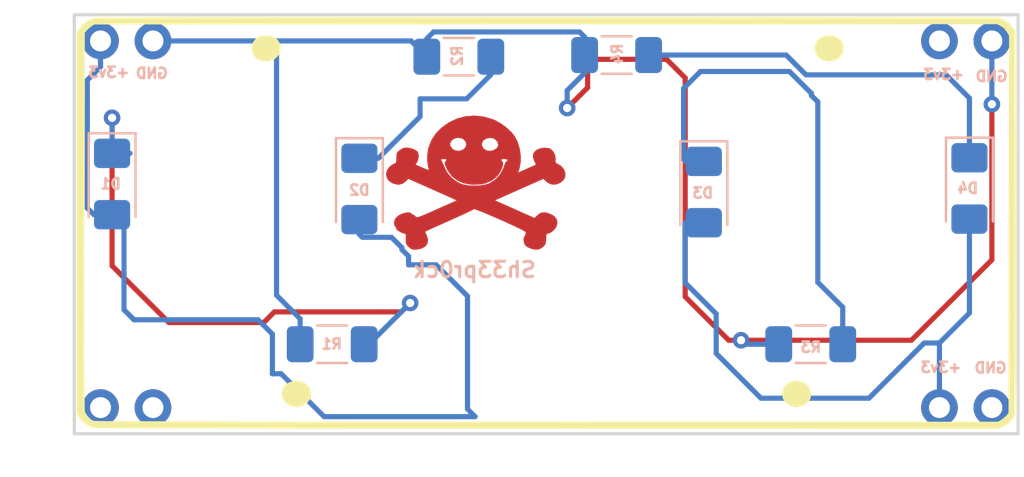
<source format=kicad_pcb>
(kicad_pcb (version 20211014) (generator pcbnew)
  (layers (0 "F.Cu" signal) (31 "B.Cu" signal) (34 "B.Paste" user) (35 "F.Paste" user) (36 "B.SilkS" user "B.Silkscreen") (37 "F.SilkS" user "F.Silkscreen") (38 "B.Mask" user) (39 "F.Mask" user) (44 "Edge.Cuts" user))
  (net 0 "")
  (net 1 "Net-(D1-Pad2)")
  (net 2 "Net-(D1-Pad1)")
  (net 3 "Net-(D2-Pad1)")
  (net 4 "Net-(D3-Pad2)")
  (net 5 "Net-(D3-Pad1)")
  (net 6 "Net-(D4-Pad1)")
  (net 7 "Net-(R1-Pad1)")
  (net 8 "Net-(X1-Pad16)")
  (net 9 "Net-(X1-Pad7)")
  (net 10 "Net-(X1-Pad9)")
  (net 11 "Net-(X1-Pad10)")
  (footprint "DC435 logos:MaxLogo" (layer "F.Cu") (at 125.6919 90.14968)
    (fp_text reference "G***" hide)
    (fp_text value "LOGO" hide)
    (fp_poly (pts (xy -13.452797 -9.123515) (xy -13.235907 -9.064177) (xy -13.056424 -8.95911) (xy -12.944315 -8.824055) (xy -12.86859 -8.590287) (xy -12.878368 -8.366543) (xy -12.970103 -8.166216) (xy -13.140246 -8.002698) (xy -13.166392 -7.985797) (xy -13.386115 -7.898262) (xy -13.632822 -7.879204) (xy -13.876062 -7.930231) (xy -13.915412 -7.946226) (xy -14.093977 -8.067014) (xy -14.210497 -8.232615) (xy -14.265279 -8.424582) (xy -14.258631 -8.624463) (xy -14.190862 -8.81381) (xy -14.06228 -8.974172) (xy -13.896514 -9.077752) (xy -13.681522 -9.13031) (xy -13.452797 -9.123515)) (layer "F.SilkS") (width 0.01) (fill solid))
    (fp_poly (pts (xy -11.968392 7.63587) (xy -11.749257 7.702025) (xy -11.568962 7.821744) (xy -11.447238 7.988116) (xy -11.424189 8.04905) (xy -11.392469 8.286622) (xy -11.443424 8.500127) (xy -11.573996 8.677068) (xy -11.578914 8.681506) (xy -11.793521 8.825424) (xy -12.022667 8.88622) (xy -12.268316 8.864174) (xy -12.441124 8.804075) (xy -12.623547 8.681905) (xy -12.743502 8.516292) (xy -12.800938 8.325519) (xy -12.795802 8.127872) (xy -12.728045 7.941635) (xy -12.597613 7.785092) (xy -12.444258 7.69188) (xy -12.206636 7.630185) (xy -11.968392 7.63587)) (layer "F.SilkS") (width 0.01) (fill solid))
    (fp_poly (pts (xy 13.911431 -9.109349) (xy 14.101786 -9.027658) (xy 14.262518 -8.913788) (xy 14.357976 -8.791675) (xy 14.41429 -8.571767) (xy 14.391108 -8.349729) (xy 14.29476 -8.147705) (xy 14.131574 -7.987843) (xy 14.127466 -7.985091) (xy 13.96342 -7.918101) (xy 13.75395 -7.888456) (xy 13.539427 -7.898319) (xy 13.371267 -7.944614) (xy 13.174454 -8.073705) (xy 13.05469 -8.248861) (xy 13.009084 -8.474579) (xy 13.008451 -8.50879) (xy 13.048918 -8.742027) (xy 13.164387 -8.928762) (xy 13.345959 -9.061143) (xy 13.584737 -9.131321) (xy 13.724544 -9.140631) (xy 13.911431 -9.109349)) (layer "F.SilkS") (width 0.01) (fill solid))
    (fp_poly (pts (xy -7.1349 -10.017653) (xy -5.553351 -10.01737) (xy -3.881612 -10.016899) (xy -2.11837 -10.01624) (xy -0.26231 -10.015397) (xy 0.165242 -10.015184) (xy 21.929926 -10.004146) (xy 22.189591 -9.87331) (xy 22.426355 -9.720793) (xy 22.590892 -9.539635) (xy 22.732528 -9.336796) (xy 22.74638 -0.108614) (xy 22.74798 1.105574) (xy 22.749008 2.235538) (xy 22.749464 3.281295) (xy 22.749349 4.242865) (xy 22.748661 5.120268) (xy 22.747402 5.913521) (xy 22.74557 6.622645) (xy 22.743167 7.247657) (xy 22.740191 7.788578) (xy 22.736643 8.245426) (xy 22.732522 8.61822) (xy 22.727829 8.906978) (xy 22.722563 9.111721) (xy 22.716725 9.232467) (xy 22.712306 9.266998) (xy 22.606131 9.464201) (xy 22.430863 9.649378) (xy 22.210915 9.798798) (xy 22.122119 9.840677) (xy 21.882714 9.940139) (xy 0.023606 9.937345) (xy -1.76634 9.937072) (xy -3.463941 9.936719) (xy -5.071274 9.93628) (xy -6.590417 9.93575) (xy -8.023449 9.935125) (xy -9.372447 9.934399) (xy -10.63949 9.933567) (xy -11.826655 9.932624) (xy -12.936022 9.931565) (xy -13.969667 9.930384) (xy -14.929668 9.929078) (xy -15.818105 9.92764) (xy -16.637055 9.926066) (xy -17.388596 9.92435) (xy -18.074805 9.922487) (xy -18.697762 9.920472) (xy -19.259544 9.918301) (xy -19.76223 9.915968) (xy -20.207896 9.913467) (xy -20.598622 9.910794) (xy -20.936486 9.907944) (xy -21.223564 9.904912) (xy -21.461937 9.901692) (xy -21.653681 9.898279) (xy -21.800874 9.894669) (xy -21.905596 9.890856) (xy -21.969923 9.886835) (xy -21.994272 9.883289) (xy -22.205085 9.782656) (xy -22.41171 9.628881) (xy -22.580378 9.448828) (xy -22.627001 9.379932) (xy -22.732528 9.203814) (xy -22.732528 3.949713) (xy -22.37138 3.949713) (xy -22.371211 4.675069) (xy -22.370795 5.359439) (xy -22.370136 5.998911) (xy -22.369242 6.589571) (xy -22.368117 7.127505) (xy -22.366768 7.608802) (xy -22.365202 8.029546) (xy -22.363423 8.385825) (xy -22.361438 8.673726) (xy -22.359253 8.889335) (xy -22.356874 9.028739) (xy -22.354306 9.088025) (xy -22.354161 9.088877) (xy -22.297319 9.218575) (xy -22.190189 9.361272) (xy -22.059997 9.486315) (xy -21.933966 9.563055) (xy -21.932507 9.563588) (xy -21.879383 9.56589) (xy -21.73479 9.568165) (xy -21.501682 9.570408) (xy -21.183014 9.572614) (xy -20.781741 9.574777) (xy -20.300817 9.576892) (xy -19.743196 9.578955) (xy -19.111834 9.58096) (xy -18.409685 9.582903) (xy -17.639703 9.584778) (xy -16.804844 9.58658) (xy -15.908061 9.588304) (xy -14.952309 9.589944) (xy -13.940544 9.591497) (xy -12.875718 9.592957) (xy -11.760788 9.594318) (xy -10.598707 9.595576) (xy -9.392431 9.596726) (xy -8.144913 9.597762) (xy -6.859109 9.598679) (xy -5.537972 9.599473) (xy -4.184459 9.600139) (xy -2.801522 9.60067) (xy -1.392117 9.601063) (xy 0.028427 9.60131) (xy 21.892356 9.60398) (xy 22.048436 9.509204) (xy 22.180951 9.412941) (xy 22.294985 9.305202) (xy 22.30328 9.295505) (xy 22.402045 9.176582) (xy 22.414268 0.027662) (xy 22.426492 -9.121257) (xy 22.319845 -9.309792) (xy 22.164738 -9.499639) (xy 22.02435 -9.59266) (xy 21.835502 -9.686993) (xy -0.031947 -9.677079) (xy -21.899397 -9.667165) (xy -22.029774 -9.580316) (xy -22.155827 -9.479987) (xy -22.257492 -9.377147) (xy -22.354833 -9.260826) (xy -22.368292 -0.154874) (xy -22.369454 0.716707) (xy -22.370337 1.56687) (xy -22.370949 2.3917) (xy -22.371294 3.187286) (xy -22.37138 3.949713) (xy -22.732528 3.949713) (xy -22.732528 -9.248183) (xy -22.61192 -9.457285) (xy -22.429633 -9.686601) (xy -22.186196 -9.861658) (xy -21.900444 -9.969555) (xy -21.848292 -9.980422) (xy -21.794769 -9.984355) (xy -21.67732 -9.988057) (xy -21.494633 -9.991531) (xy -21.245394 -9.994779) (xy -20.92829 -9.997802) (xy -20.542008 -10.000603) (xy -20.085233 -10.003184) (xy -19.556654 -10.005547) (xy -18.954957 -10.007694) (xy -18.278828 -10.009627) (xy -17.526955 -10.011348) (xy -16.698024 -10.01286) (xy -15.790721 -10.014164) (xy -14.803735 -10.015263) (xy -13.73575 -10.016158) (xy -12.585455 -10.016851) (xy -11.351535 -10.017345) (xy -10.032679 -10.017642) (xy -8.627571 -10.017744) (xy -7.1349 -10.017653)) (layer "F.SilkS") (width 0.01) (fill solid))
    (fp_poly (pts (xy 12.302797 7.634274) (xy 12.516123 7.712464) (xy 12.686687 7.84926) (xy 12.800015 8.03652) (xy 12.841631 8.266105) (xy 12.841636 8.268793) (xy 12.79946 8.47783) (xy 12.684592 8.652777) (xy 12.514518 8.784517) (xy 12.306726 8.863933) (xy 12.078703 8.881909) (xy 11.847936 8.829325) (xy 11.803757 8.809906) (xy 11.606462 8.678758) (xy 11.486213 8.505741) (xy 11.436722 8.305361) (xy 11.452498 8.078769) (xy 11.54529 7.884311) (xy 11.706454 7.736488) (xy 11.805768 7.686272) (xy 12.061187 7.62283) (xy 12.302797 7.634274)) (layer "F.SilkS") (width 0.01) (fill solid))
  )
  (footprint "DC435 logos:MaxLogoBackMask" (layer "F.Cu") (at 125.6919 90.14968)
    (fp_text reference "G***" hide)
    (fp_text value "LOGO" hide)
  )
  (footprint "minibadge_kicad:SAINTCON-Minibadge-Doublewide" (layer "F.Cu") (at 102.83444 80.01254)
    (fp_text reference "X1" hide)
    (fp_text value "SAINTCON-Minibadge-Simple")
    (fp_line (start 0 0) (end 45.72 0) (layer "Edge.Cuts") (width 0.15))
    (fp_line (start 45.72 20.32) (end 45.72 0) (layer "Edge.Cuts") (width 0.15))
    (fp_line (start 0 0) (end 0 20.32) (layer "Edge.Cuts") (width 0.15))
    (fp_line (start 0 20.32) (end 45.72 20.32) (layer "Edge.Cuts") (width 0.15))
    (pad "1" thru_hole circle locked (at 1.27 1.27 90) (size 1.778 1.778) (drill 1.016) (layers *.Cu *.Mask) (net 1 "Net-(D1-Pad2)"))
    (pad "2" thru_hole circle locked (at 3.81 1.27 90) (size 1.778 1.778) (drill 1.016) (layers *.Cu *.Mask) (net 7 "Net-(R1-Pad1)"))
    (pad "7" thru_hole circle locked (at 41.91 1.27 90) (size 1.778 1.778) (drill 1.016) (layers *.Cu *.Mask) (net 9 "Net-(X1-Pad7)"))
    (pad "8" thru_hole circle locked (at 44.45 1.27 90) (size 1.778 1.778) (drill 1.016) (layers *.Cu *.Mask) (net 7 "Net-(R1-Pad1)"))
    (pad "9" thru_hole circle locked (at 1.27 19.05 90) (size 1.778 1.778) (drill 1.016) (layers *.Cu *.Mask) (net 10 "Net-(X1-Pad9)"))
    (pad "10" thru_hole circle locked (at 3.81 19.05 90) (size 1.778 1.778) (drill 1.016) (layers *.Cu *.Mask) (net 11 "Net-(X1-Pad10)"))
    (pad "15" thru_hole circle locked (at 41.91 19.05 90) (size 1.778 1.778) (drill 1.016) (layers *.Cu *.Mask) (net 4 "Net-(D3-Pad2)"))
    (pad "16" thru_hole circle locked (at 44.45 19.05 90) (size 1.778 1.778) (drill 1.016) (layers *.Cu *.Mask) (net 8 "Net-(X1-Pad16)"))
  )
  (footprint "DC435 logos:CopperLogo" (layer "F.Cu") (at 125.68682 90.16238)
    (fp_text reference "G***" hide)
    (fp_text value "LOGO" hide)
    (fp_poly (pts (xy -3.027323 -5.210377) (xy -2.589803 -5.083846) (xy -2.479604 -5.038202) (xy -2.181501 -4.875148) (xy -1.892927 -4.660806) (xy -1.64548 -4.420691) (xy -1.524396 -4.266894) (xy -1.382918 -3.997708) (xy -1.28399 -3.680207) (xy -1.231665 -3.342082) (xy -1.229995 -3.01102) (xy -1.28303 -2.714711) (xy -1.292785 -2.684221) (xy -1.35806 -2.490707) (xy -0.92113 -2.684355) (xy -0.4842 -2.878004) (xy -0.577596 -3.06638) (xy -0.63913 -3.263517) (xy -0.612786 -3.430292) (xy -0.498374 -3.567584) (xy -0.46532 -3.591307) (xy -0.299799 -3.664133) (xy -0.103063 -3.697769) (xy 0.086803 -3.689171) (xy 0.215472 -3.645724) (xy 0.34345 -3.527064) (xy 0.431381 -3.360248) (xy 0.463912 -3.178432) (xy 0.45955 -3.118588) (xy 0.454303 -3.013352) (xy 0.494976 -2.95232) (xy 0.584076 -2.906468) (xy 0.755924 -2.793881) (xy 0.875209 -2.6388) (xy 0.934709 -2.46255) (xy 0.927203 -2.286455) (xy 0.846153 -2.132612) (xy 0.670086 -1.988021) (xy 0.472648 -1.917422) (xy 0.270386 -1.921586) (xy 0.079844 -2.001286) (xy -0.02784 -2.091796) (xy -0.126498 -2.195888) (xy -1.304685 -1.672343) (xy -2.482872 -1.148797) (xy -0.559992 -0.292207) (xy -0.426296 -0.419901) (xy -0.324389 -0.502009) (xy -0.235426 -0.549069) (xy -0.217117 -0.552861) (xy -0.111737 -0.562787) (xy -0.082621 -0.566471) (xy 0.022293 -0.554088) (xy 0.165997 -0.505999) (xy 0.311578 -0.436846) (xy 0.411737 -0.370358) (xy 0.520495 -0.225173) (xy 0.55046 -0.049588) (xy 0.498406 0.136283) (xy 0.494298 0.144164) (xy 0.396406 0.277258) (xy 0.267559 0.38748) (xy 0.135714 0.45353) (xy 0.075333 0.46335) (xy 0.032125 0.47973) (xy 0.008865 0.54033) (xy 0.000415 0.66234) (xy 0 0.715421) (xy -0.006611 0.869111) (xy -0.033949 0.971764) (xy -0.093273 1.056166) (xy -0.129833 1.093473) (xy -0.247268 1.180813) (xy -0.370535 1.234806) (xy -0.39143 1.23909) (xy -0.553834 1.23449) (xy -0.739114 1.188693) (xy -0.906044 1.115062) (xy -1.002203 1.041155) (xy -1.052196 0.946429) (xy -1.080847 0.82138) (xy -1.083951 0.70115) (xy -1.057299 0.620882) (xy -1.053032 0.61658) (xy -1.014173 0.550569) (xy -1.010382 0.535845) (xy -0.984252 0.451008) (xy -0.971834 0.421112) (xy -0.982713 0.393395) (xy -1.039011 0.35013) (xy -1.147498 0.287882) (xy -1.314943 0.203214) (xy -1.548113 0.092691) (xy -1.853778 -0.047123) (xy -2.201726 -0.20319) (xy -2.519072 -0.342941) (xy -2.808939 -0.467336) (xy -3.060721 -0.572083) (xy -3.263812 -0.65289) (xy -3.407608 -0.705463) (xy -3.481503 -0.72551) (xy -3.488821 -0.724152) (xy -3.537049 -0.695482) (xy -3.658752 -0.634789) (xy -3.842728 -0.547322) (xy -4.077772 -0.43833) (xy -4.35268 -0.313062) (xy -4.656249 -0.176769) (xy -4.673978 -0.168869) (xy -4.978063 -0.033139) (xy -5.253704 0.090423) (xy -5.489829 0.196812) (xy -5.675365 0.281022) (xy -5.79924 0.338047) (xy -5.850384 0.362881) (xy -5.850934 0.363268) (xy -5.845624 0.408036) (xy -5.807349 0.498514) (xy -5.791919 0.528492) (xy -5.720029 0.737593) (xy -5.735252 0.921069) (xy -5.83237 1.070929) (xy -6.006164 1.179186) (xy -6.251418 1.237852) (xy -6.255576 1.238309) (xy -6.394035 1.23853) (xy -6.496918 1.220052) (xy -6.594468 1.164135) (xy -6.695525 1.074164) (xy -6.701207 1.06783) (xy -6.76339 0.979405) (xy -6.79092 0.878692) (xy -6.79191 0.732784) (xy -6.790349 0.706201) (xy -6.785056 0.568676) (xy -6.795554 0.495439) (xy -6.827827 0.466989) (xy -6.864874 0.463273) (xy -6.943709 0.442784) (xy -7.048732 0.392248) (xy -7.153337 0.328202) (xy -7.230915 0.267187) (xy -7.254858 0.225742) (xy -7.252375 0.222406) (xy -7.260767 0.17974) (xy -7.296486 0.139406) (xy -7.354352 0.034506) (xy -7.357829 -0.105543) (xy -7.309315 -0.248586) (xy -7.26254 -0.315532) (xy -7.144671 -0.413904) (xy -6.993962 -0.492288) (xy -6.833242 -0.544897) (xy -6.685341 -0.565941) (xy -6.573088 -0.549634) (xy -6.52311 -0.502995) (xy -6.469291 -0.464091) (xy -6.45986 -0.46335) (xy -6.397566 -0.43369) (xy -6.331799 -0.3746) (xy -6.304298 -0.346937) (xy -6.272789 -0.330657) (xy -6.226224 -0.329376) (xy -6.153557 -0.346707) (xy -6.043742 -0.386268) (xy -5.885731 -0.451672) (xy -5.668478 -0.546535) (xy -5.380937 -0.674473) (xy -5.285987 -0.716866) (xy -4.320724 -1.147883) (xy -5.495864 -1.672451) (xy -6.671003 -2.19702) (xy -6.770167 -2.092362) (xy -6.932158 -1.964268) (xy -7.108561 -1.913915) (xy -7.21429 -1.916619) (xy -7.439296 -1.976984) (xy -7.608188 -2.09106) (xy -7.713891 -2.243247) (xy -7.749331 -2.417945) (xy -7.707431 -2.599553) (xy -7.595855 -2.757948) (xy -7.485854 -2.853204) (xy -7.381172 -2.917959) (xy -7.347992 -2.929828) (xy -7.291388 -2.952238) (xy -7.260892 -3.001284) (xy -7.248753 -3.098225) (xy -7.247026 -3.206706) (xy -7.242368 -3.353903) (xy -7.219932 -3.448021) (xy -7.167029 -3.520105) (xy -7.092842 -3.583887) (xy -6.928674 -3.680438) (xy -6.772646 -3.7068) (xy -6.571143 -3.68221) (xy -6.380844 -3.617636) (xy -6.241248 -3.526872) (xy -6.232929 -3.51833) (xy -6.180355 -3.405949) (xy -6.172366 -3.252032) (xy -6.208133 -3.088903) (xy -6.246056 -3.007138) (xy -6.319975 -2.879603) (xy -6.010742 -2.743551) (xy -5.858905 -2.679341) (xy -5.743898 -2.635587) (xy -5.687892 -2.620638) (xy -5.686077 -2.621267) (xy -5.686034 -2.666827) (xy -5.704653 -2.76399) (xy -5.714122 -2.802344) (xy -5.752253 -3.056361) (xy -5.752083 -3.129324) (xy -5.090223 -3.129324) (xy -5.089501 -3.127612) (xy -4.953388 -2.845477) (xy -4.882604 -2.674916) (xy -4.758325 -2.459558) (xy -4.570235 -2.249633) (xy -4.345199 -2.070098) (xy -4.110085 -1.945911) (xy -4.089872 -1.938487) (xy -3.868077 -1.886341) (xy -3.598282 -1.861566) (xy -3.312342 -1.863446) (xy -3.042113 -1.891266) (xy -2.819452 -1.944311) (xy -2.759398 -1.968357) (xy -2.468214 -2.149901) (xy -2.238705 -2.393046) (xy -2.075601 -2.692192) (xy -2.027593 -2.834758) (xy -1.981582 -2.954021) (xy -1.92755 -3.034709) (xy -1.904293 -3.050735) (xy -1.855505 -3.088095) (xy -1.882472 -3.127478) (xy -1.968301 -3.154637) (xy -2.032898 -3.159204) (xy -2.138432 -3.143022) (xy -2.172149 -3.10321) (xy -2.124535 -3.053898) (xy -2.083867 -2.985721) (xy -2.088425 -2.865998) (xy -2.131996 -2.71383) (xy -2.208369 -2.548317) (xy -2.311331 -2.388561) (xy -2.360514 -2.328335) (xy -2.463907 -2.228587) (xy -2.583793 -2.137401) (xy -2.695987 -2.070535) (xy -2.776301 -2.043749) (xy -2.792548 -2.046838) (xy -2.830838 -2.038874) (xy -2.832714 -2.027363) (xy -2.876149 -1.990952) (xy -2.991351 -1.957846) (xy -3.15566 -1.931269) (xy -3.346419 -1.914442) (xy -3.540971 -1.91059) (xy -3.628108 -1.914232) (xy -3.988565 -1.97668) (xy -4.3013 -2.111022) (xy -4.560857 -2.313834) (xy -4.761782 -2.58169) (xy -4.797295 -2.648442) (xy -4.879711 -2.837273) (xy -4.90714 -2.96564) (xy -4.880755 -3.040804) (xy -4.862825 -3.053898) (xy -4.81494 -3.103855) (xy -4.850304 -3.14294) (xy -4.957749 -3.159194) (xy -4.961183 -3.159204) (xy -5.056582 -3.150485) (xy -5.090223 -3.129324) (xy -5.752083 -3.129324) (xy -5.751578 -3.344682) (xy -5.71323 -3.625273) (xy -5.689427 -3.719719) (xy -5.603009 -3.937474) (xy -4.639209 -3.937474) (xy -4.638115 -3.800278) (xy -4.628577 -3.774234) (xy -4.526286 -3.638186) (xy -4.375409 -3.560602) (xy -4.201173 -3.547407) (xy -4.028805 -3.604527) (xy -3.995772 -3.625611) (xy -3.892466 -3.743681) (xy -3.879864 -3.807779) (xy -3.105718 -3.807779) (xy -3.031334 -3.672589) (xy -3.000101 -3.641701) (xy -2.84415 -3.555026) (xy -2.66256 -3.548933) (xy -2.505607 -3.599935) (xy -2.366255 -3.700904) (xy -2.313264 -3.828318) (xy -2.348723 -3.970619) (xy -2.421233 -4.066706) (xy -2.535889 -4.150796) (xy -2.682587 -4.178217) (xy -2.708239 -4.178574) (xy -2.892713 -4.146593) (xy -3.026833 -4.062393) (xy -3.101027 -3.943584) (xy -3.105718 -3.807779) (xy -3.879864 -3.807779) (xy -3.865348 -3.881612) (xy -3.909475 -4.016169) (xy -4.019902 -4.124114) (xy -4.110469 -4.164782) (xy -4.284977 -4.184552) (xy -4.443818 -4.143799) (xy -4.568169 -4.05671) (xy -4.639209 -3.937474) (xy -5.603009 -3.937474) (xy -5.547377 -4.077654) (xy -5.337498 -4.393012) (xy -5.080978 -4.65654) (xy -4.721338 -4.920631) (xy -4.326183 -5.109522) (xy -3.905482 -5.221752) (xy -3.469206 -5.255858) (xy -3.027323 -5.210377)) (layer "F.Cu") (width 0.01) (fill solid))
  )
  (footprint "LED_SMD:LED_1206_3216Metric_Pad1.42x1.75mm_HandSolder" (layer "B.Cu") (at 104.66324 88.22182 -90)
    (fp_text reference "D1" (at -0.00508 0.06858 180) (layer "B.SilkS") (effects (font (size 0.5 0.5) (thickness 0.125)) (justify mirror)))
    (fp_text value "LED")
    (fp_line (start -2.46 -1.135) (end 1.6 -1.135) (layer "B.SilkS") (width 0.12))
    (fp_line (start 1.6 1.135) (end -2.46 1.135) (layer "B.SilkS") (width 0.12))
    (fp_line (start -2.46 1.135) (end -2.46 -1.135) (layer "B.SilkS") (width 0.12))
    (pad "1" smd roundrect locked (at -1.4875 0 270) (size 1.425 1.75) (layers "B.Cu" "B.Paste" "B.Mask") (roundrect_rratio 0.175439) (net 2 "Net-(D1-Pad1)"))
    (pad "2" smd roundrect locked (at 1.4875 0 270) (size 1.425 1.75) (layers "B.Cu" "B.Paste" "B.Mask") (roundrect_rratio 0.175439) (net 1 "Net-(D1-Pad2)"))
  )
  (footprint "LED_SMD:LED_1206_3216Metric_Pad1.42x1.75mm_HandSolder" (layer "B.Cu") (at 116.64442 88.46058 -90)
    (fp_text reference "D2" (at 0.05588 0.00254 180) (layer "B.SilkS") (effects (font (size 0.5 0.5) (thickness 0.125)) (justify mirror)))
    (fp_text value "LED")
    (fp_line (start 1.6 1.135) (end -2.46 1.135) (layer "B.SilkS") (width 0.12))
    (fp_line (start -2.46 -1.135) (end 1.6 -1.135) (layer "B.SilkS") (width 0.12))
    (fp_line (start -2.46 1.135) (end -2.46 -1.135) (layer "B.SilkS") (width 0.12))
    (pad "1" smd roundrect locked (at -1.4875 0 270) (size 1.425 1.75) (layers "B.Cu" "B.Paste" "B.Mask") (roundrect_rratio 0.175439) (net 3 "Net-(D2-Pad1)"))
    (pad "2" smd roundrect locked (at 1.4875 0 270) (size 1.425 1.75) (layers "B.Cu" "B.Paste" "B.Mask") (roundrect_rratio 0.175439) (net 1 "Net-(D1-Pad2)"))
  )
  (footprint "LED_SMD:LED_1206_3216Metric_Pad1.42x1.75mm_HandSolder" (layer "B.Cu") (at 133.33222 88.61044 -90)
    (fp_text reference "D3" (at 0.04826 0.05334 180) (layer "B.SilkS") (effects (font (size 0.5 0.5) (thickness 0.125)) (justify mirror)))
    (fp_text value "LED")
    (fp_line (start -2.46 -1.135) (end 1.6 -1.135) (layer "B.SilkS") (width 0.12))
    (fp_line (start -2.46 1.135) (end -2.46 -1.135) (layer "B.SilkS") (width 0.12))
    (fp_line (start 1.6 1.135) (end -2.46 1.135) (layer "B.SilkS") (width 0.12))
    (pad "1" smd roundrect locked (at -1.4875 0 270) (size 1.425 1.75) (layers "B.Cu" "B.Paste" "B.Mask") (roundrect_rratio 0.175439) (net 5 "Net-(D3-Pad1)"))
    (pad "2" smd roundrect locked (at 1.4875 0 270) (size 1.425 1.75) (layers "B.Cu" "B.Paste" "B.Mask") (roundrect_rratio 0.175439) (net 4 "Net-(D3-Pad2)"))
  )
  (footprint "LED_SMD:LED_1206_3216Metric_Pad1.42x1.75mm_HandSolder" (layer "B.Cu") (at 146.19732 88.43518 -90)
    (fp_text reference "D4" (at -0.00762 0.07874 180) (layer "B.SilkS") (effects (font (size 0.5 0.5) (thickness 0.125)) (justify mirror)))
    (fp_text value "LED")
    (fp_line (start 1.6 1.135) (end -2.46 1.135) (layer "B.SilkS") (width 0.12))
    (fp_line (start -2.46 -1.135) (end 1.6 -1.135) (layer "B.SilkS") (width 0.12))
    (fp_line (start -2.46 1.135) (end -2.46 -1.135) (layer "B.SilkS") (width 0.12))
    (pad "1" smd roundrect locked (at -1.4875 0 270) (size 1.425 1.75) (layers "B.Cu" "B.Paste" "B.Mask") (roundrect_rratio 0.175439) (net 6 "Net-(D4-Pad1)"))
    (pad "2" smd roundrect locked (at 1.4875 0 270) (size 1.425 1.75) (layers "B.Cu" "B.Paste" "B.Mask") (roundrect_rratio 0.175439) (net 4 "Net-(D3-Pad2)"))
  )
  (footprint "Resistor_SMD:R_1206_3216Metric_Pad1.30x1.75mm_HandSolder" (layer "B.Cu") (at 115.32616 95.99168)
    (fp_text reference "R1" (at -0.02032 -0.01016) (layer "B.SilkS") (effects (font (size 0.5 0.5) (thickness 0.125)) (justify mirror)))
    (fp_text value "R")
    (fp_line (start -0.727064 0.91) (end 0.727064 0.91) (layer "B.SilkS") (width 0.12))
    (fp_line (start -0.727064 -0.91) (end 0.727064 -0.91) (layer "B.SilkS") (width 0.12))
    (pad "1" smd roundrect locked (at -1.55 0) (size 1.3 1.75) (layers "B.Cu" "B.Paste" "B.Mask") (roundrect_rratio 0.192308) (net 7 "Net-(R1-Pad1)"))
    (pad "2" smd roundrect locked (at 1.55 0) (size 1.3 1.75) (layers "B.Cu" "B.Paste" "B.Mask") (roundrect_rratio 0.192308) (net 2 "Net-(D1-Pad1)"))
  )
  (footprint "Resistor_SMD:R_1206_3216Metric_Pad1.30x1.75mm_HandSolder" (layer "B.Cu") (at 121.46026 82.04708)
    (fp_text reference "R2" (at -0.08128 -0.0381 270) (layer "B.SilkS") (effects (font (size 0.5 0.5) (thickness 0.125)) (justify mirror)))
    (fp_text value "R")
    (fp_line (start -0.727064 -0.91) (end 0.727064 -0.91) (layer "B.SilkS") (width 0.12))
    (fp_line (start -0.727064 0.91) (end 0.727064 0.91) (layer "B.SilkS") (width 0.12))
    (pad "1" smd roundrect locked (at -1.55 0) (size 1.3 1.75) (layers "B.Cu" "B.Paste" "B.Mask") (roundrect_rratio 0.192308) (net 7 "Net-(R1-Pad1)"))
    (pad "2" smd roundrect locked (at 1.55 0) (size 1.3 1.75) (layers "B.Cu" "B.Paste" "B.Mask") (roundrect_rratio 0.192308) (net 3 "Net-(D2-Pad1)"))
  )
  (footprint "Resistor_SMD:R_1206_3216Metric_Pad1.30x1.75mm_HandSolder" (layer "B.Cu") (at 138.50874 95.99168)
    (fp_text reference "R3" (at 0.00508 0.1397) (layer "B.SilkS") (effects (font (size 0.5 0.5) (thickness 0.125)) (justify mirror)))
    (fp_text value "R")
    (fp_line (start -0.727064 -0.91) (end 0.727064 -0.91) (layer "B.SilkS") (width 0.12))
    (fp_line (start -0.727064 0.91) (end 0.727064 0.91) (layer "B.SilkS") (width 0.12))
    (pad "1" smd roundrect locked (at -1.55 0) (size 1.3 1.75) (layers "B.Cu" "B.Paste" "B.Mask") (roundrect_rratio 0.192308) (net 7 "Net-(R1-Pad1)"))
    (pad "2" smd roundrect locked (at 1.55 0) (size 1.3 1.75) (layers "B.Cu" "B.Paste" "B.Mask") (roundrect_rratio 0.192308) (net 5 "Net-(D3-Pad1)"))
  )
  (footprint "Resistor_SMD:R_1206_3216Metric_Pad1.30x1.75mm_HandSolder" (layer "B.Cu") (at 129.10566 81.9658)
    (fp_text reference "R4" (at 0.02794 -0.05588 90) (layer "B.SilkS") (effects (font (size 0.5 0.5)) (justify mirror)))
    (fp_text value "R")
    (fp_line (start -0.727064 -0.91) (end 0.727064 -0.91) (layer "B.SilkS") (width 0.12))
    (fp_line (start -0.727064 0.91) (end 0.727064 0.91) (layer "B.SilkS") (width 0.12))
    (pad "1" smd roundrect locked (at -1.55 0) (size 1.3 1.75) (layers "B.Cu" "B.Paste" "B.Mask") (roundrect_rratio 0.192308) (net 7 "Net-(R1-Pad1)"))
    (pad "2" smd roundrect locked (at 1.55 0) (size 1.3 1.75) (layers "B.Cu" "B.Paste" "B.Mask") (roundrect_rratio 0.192308) (net 6 "Net-(D4-Pad1)"))
  )
  (gr_text "+3v3" (at 104.5083 82.80146) (layer "B.SilkS") (effects (font (size 0.5 0.5) (thickness 0.125)) (justify mirror)))
  (gr_text "+3v3" (at 144.81302 97.11182) (layer "B.SilkS") (effects (font (size 0.5 0.5) (thickness 0.125)) (justify mirror)))
  (gr_text "GND" (at 147.2692 82.99958) (layer "B.SilkS") (effects (font (size 0.5 0.5) (thickness 0.125)) (justify mirror)))
  (gr_text "GND" (at 147.22094 97.13722) (layer "B.SilkS") (effects (font (size 0.5 0.5) (thickness 0.125)) (justify mirror)))
  (gr_text "GND" (at 106.5911 82.84972) (layer "B.SilkS") (effects (font (size 0.5 0.5) (thickness 0.125)) (justify mirror)))
  (gr_text "+3v3" (at 144.9451 82.9056) (layer "B.SilkS") (effects (font (size 0.5 0.5) (thickness 0.125)) (justify mirror)))
  (gr_text "Sh33pr0ck" (at 122.21972 92.37726) (layer "B.SilkS") (effects (font (size 0.75 0.75)) (justify mirror)))
  (segment (start 112.43056 97.4217) (end 112.43056 97.4217) (width 0.25) (layer "B.Cu") (net 1))
  (segment (start 103.46323 83.180985) (end 103.46323 89.38431) (width 0.25) (layer "B.Cu") (net 1))
  (segment (start 112.43056 97.4217) (end 112.8522 97.4217) (width 0.25) (layer "B.Cu") (net 1))
  (segment (start 103.46323 89.38431) (end 103.78824 89.70932) (width 0.25) (layer "B.Cu") (net 1))
  (segment (start 112.8522 97.4217) (end 114.93246 99.50196) (width 0.25) (layer "B.Cu") (net 1))
  (segment (start 116.64442 90.66058) (end 116.64442 89.94808) (width 0.25) (layer "B.Cu") (net 1))
  (segment (start 103.78824 89.70932) (end 104.66324 89.70932) (width 0.25) (layer "B.Cu") (net 1))
  (segment (start 105.24236 89.6509) (end 105.24236 94.3229) (width 0.25) (layer "B.Cu") (net 1))
  (segment (start 112.43056 95.49892) (end 112.43056 97.4217) (width 0.25) (layer "B.Cu") (net 1))
  (segment (start 114.93246 99.50196) (end 122.2502 99.50196) (width 0.25) (layer "B.Cu") (net 1))
  (segment (start 120.36552 92.14104) (end 119.02694 92.14104) (width 0.25) (layer "B.Cu") (net 1))
  (segment (start 104.10444 82.539775) (end 103.46323 83.180985) (width 0.25) (layer "B.Cu") (net 1))
  (segment (start 122.2502 99.50196) (end 121.8819 99.13366) (width 0.25) (layer "B.Cu") (net 1))
  (segment (start 118.7069 91.40444) (end 118.7069 91.313) (width 0.25) (layer "B.Cu") (net 1))
  (segment (start 105.24236 94.3229) (end 105.72496 94.8055) (width 0.25) (layer "B.Cu") (net 1))
  (segment (start 121.8819 93.65742) (end 120.36552 92.14104) (width 0.25) (layer "B.Cu") (net 1))
  (segment (start 119.02694 91.72448) (end 118.7069 91.40444) (width 0.25) (layer "B.Cu") (net 1))
  (segment (start 104.10444 81.28254) (end 104.10444 82.539775) (width 0.25) (layer "B.Cu") (net 1))
  (segment (start 118.1989 90.805) (end 116.78884 90.805) (width 0.25) (layer "B.Cu") (net 1))
  (segment (start 116.76888 90.35034) (end 116.64442 90.22588) (width 0.25) (layer "B.Cu") (net 1))
  (segment (start 119.02694 92.14104) (end 119.02694 91.72448) (width 0.25) (layer "B.Cu") (net 1))
  (segment (start 111.73714 94.8055) (end 112.43056 95.49892) (width 0.25) (layer "B.Cu") (net 1))
  (segment (start 116.78884 90.805) (end 116.64442 90.66058) (width 0.25) (layer "B.Cu") (net 1))
  (segment (start 121.8819 99.13366) (end 121.8819 93.65742) (width 0.25) (layer "B.Cu") (net 1))
  (segment (start 105.72496 94.8055) (end 111.73714 94.8055) (width 0.25) (layer "B.Cu") (net 1))
  (segment (start 118.7069 91.313) (end 118.1989 90.805) (width 0.25) (layer "B.Cu") (net 1))
  (segment (start 119.10314 93.9927) (end 119.10314 93.9927) (width 0.25) (layer "F.Cu") (net 2))
  (segment (start 107.41406 94.93758) (end 112.01146 94.93758) (width 0.25) (layer "F.Cu") (net 2))
  (segment (start 104.66324 92.18676) (end 107.41406 94.93758) (width 0.25) (layer "F.Cu") (net 2))
  (segment (start 104.66324 85.01126) (end 104.66324 92.18676) (width 0.25) (layer "F.Cu") (net 2))
  (segment (start 117.55628 94.42196) (end 118.67388 94.42196) (width 0.25) (layer "F.Cu") (net 2))
  (segment (start 118.67388 94.42196) (end 119.10314 93.9927) (width 0.25) (layer "F.Cu") (net 2))
  (segment (start 112.01146 94.93758) (end 112.52708 94.42196) (width 0.25) (layer "F.Cu") (net 2))
  (segment (start 112.52708 94.42196) (end 117.55628 94.42196) (width 0.25) (layer "F.Cu") (net 2))
  (via (at 104.66324 85.01126) (size 0.8) (drill 0.4) (layers "F.Cu" "B.Cu") (net 2))
  (via (at 119.10314 93.9927) (size 0.8) (drill 0.4) (layers "F.Cu" "B.Cu") (net 2))
  (segment (start 104.66324 85.01126) (end 104.66324 85.01126) (width 0.25) (layer "B.Cu") (net 2))
  (segment (start 117.10416 95.99168) (end 116.87616 95.99168) (width 0.25) (layer "B.Cu") (net 2))
  (segment (start 104.66324 86.73432) (end 105.53824 86.73432) (width 0.25) (layer "B.Cu") (net 2))
  (segment (start 119.10314 93.9927) (end 117.10416 95.99168) (width 0.25) (layer "B.Cu") (net 2))
  (segment (start 104.66324 85.01126) (end 104.66324 86.73432) (width 0.25) (layer "B.Cu") (net 2))
  (segment (start 119.58574 84.9503) (end 117.56296 86.97308) (width 0.25) (layer "B.Cu") (net 3))
  (segment (start 123.01026 82.04708) (end 123.01026 82.92208) (width 0.25) (layer "B.Cu") (net 3))
  (segment (start 123.01026 82.92208) (end 121.84056 84.09178) (width 0.25) (layer "B.Cu") (net 3))
  (segment (start 121.84056 84.09178) (end 119.58574 84.09178) (width 0.25) (layer "B.Cu") (net 3))
  (segment (start 117.56296 86.97308) (end 116.64442 86.97308) (width 0.25) (layer "B.Cu") (net 3))
  (segment (start 119.58574 84.09178) (end 119.58574 84.9503) (width 0.25) (layer "B.Cu") (net 3))
  (segment (start 144.74444 95.93072) (end 146.19732 94.47784) (width 0.25) (layer "B.Cu") (net 4))
  (segment (start 144.74444 99.06254) (end 144.74444 95.93072) (width 0.25) (layer "B.Cu") (net 4))
  (segment (start 133.92912 94.51594) (end 132.41782 93.00464) (width 0.25) (layer "B.Cu") (net 4))
  (segment (start 132.41782 93.00464) (end 132.41782 90.13734) (width 0.25) (layer "B.Cu") (net 4))
  (segment (start 141.32814 98.60788) (end 136.09828 98.60788) (width 0.25) (layer "B.Cu") (net 4))
  (segment (start 136.09828 98.60788) (end 133.92912 96.43872) (width 0.25) (layer "B.Cu") (net 4))
  (segment (start 133.92912 96.43872) (end 133.92912 94.51594) (width 0.25) (layer "B.Cu") (net 4))
  (segment (start 144.0053 95.93072) (end 141.32814 98.60788) (width 0.25) (layer "B.Cu") (net 4))
  (segment (start 146.19732 94.47784) (end 146.19732 89.92268) (width 0.25) (layer "B.Cu") (net 4))
  (segment (start 144.74444 95.93072) (end 144.0053 95.93072) (width 0.25) (layer "B.Cu") (net 4))
  (segment (start 132.41782 90.13734) (end 132.45722 90.09794) (width 0.25) (layer "B.Cu") (net 4))
  (segment (start 132.45722 90.09794) (end 133.33222 90.09794) (width 0.25) (layer "B.Cu") (net 4))
  (segment (start 140.05874 94.19396) (end 140.05874 95.99168) (width 0.25) (layer "B.Cu") (net 5))
  (segment (start 138.54289 83.82762) (end 138.54289 83.92781) (width 0.25) (layer "B.Cu") (net 5))
  (segment (start 132.45722 87.12294) (end 132.34924 87.01496) (width 0.25) (layer "B.Cu") (net 5))
  (segment (start 132.34924 87.01496) (end 132.34924 83.58378) (width 0.25) (layer "B.Cu") (net 5))
  (segment (start 132.86992 87.64768) (end 133.34492 87.64768) (width 0.25) (layer "B.Cu") (net 5))
  (segment (start 138.85164 92.98686) (end 140.05874 94.19396) (width 0.25) (layer "B.Cu") (net 5))
  (segment (start 133.16966 82.76336) (end 137.47863 82.76336) (width 0.25) (layer "B.Cu") (net 5))
  (segment (start 133.33222 87.12294) (end 132.45722 87.12294) (width 0.25) (layer "B.Cu") (net 5))
  (segment (start 137.47863 82.76336) (end 138.54289 83.82762) (width 0.25) (layer "B.Cu") (net 5))
  (segment (start 132.34924 83.58378) (end 133.16966 82.76336) (width 0.25) (layer "B.Cu") (net 5))
  (segment (start 138.54289 83.92781) (end 138.85164 84.23656) (width 0.25) (layer "B.Cu") (net 5))
  (segment (start 138.85164 84.23656) (end 138.85164 92.98686) (width 0.25) (layer "B.Cu") (net 5))
  (segment (start 146.19732 84.05876) (end 146.19732 86.94768) (width 0.25) (layer "B.Cu") (net 6))
  (segment (start 130.65566 81.9658) (end 137.31748 81.9658) (width 0.25) (layer "B.Cu") (net 6))
  (segment (start 145.06702 82.92846) (end 146.19732 84.05876) (width 0.25) (layer "B.Cu") (net 6))
  (segment (start 137.31748 81.9658) (end 138.28014 82.92846) (width 0.25) (layer "B.Cu") (net 6))
  (segment (start 138.28014 82.92846) (end 145.06702 82.92846) (width 0.25) (layer "B.Cu") (net 6))
  (segment (start 131.52628 82.17408) (end 127.70104 82.17408) (width 0.25) (layer "F.Cu") (net 7))
  (segment (start 135.13435 95.79737) (end 134.53491 95.79737) (width 0.25) (layer "F.Cu") (net 7))
  (segment (start 143.38681 95.79737) (end 135.13435 95.79737) (width 0.25) (layer "F.Cu") (net 7))
  (segment (start 132.42798 93.69044) (end 132.42798 83.07578) (width 0.25) (layer "F.Cu") (net 7))
  (segment (start 134.53491 95.79737) (end 132.42798 93.69044) (width 0.25) (layer "F.Cu") (net 7))
  (segment (start 127.70104 83.54568) (end 126.71044 84.53628) (width 0.25) (layer "F.Cu") (net 7))
  (segment (start 147.28444 91.89974) (end 143.38681 95.79737) (width 0.25) (layer "F.Cu") (net 7))
  (segment (start 127.70104 82.17408) (end 127.70104 83.54568) (width 0.25) (layer "F.Cu") (net 7))
  (segment (start 147.28444 84.3534) (end 147.28444 91.89974) (width 0.25) (layer "F.Cu") (net 7))
  (segment (start 132.42798 83.07578) (end 131.52628 82.17408) (width 0.25) (layer "F.Cu") (net 7))
  (via (at 147.28444 84.3534) (size 0.8) (drill 0.4) (layers "F.Cu" "B.Cu") (net 7))
  (via (at 135.13435 95.79737) (size 0.8) (drill 0.4) (layers "F.Cu" "B.Cu") (net 7))
  (via (at 126.71044 84.53628) (size 0.8) (drill 0.4) (layers "F.Cu" "B.Cu") (net 7))
  (segment (start 147.28444 84.3534) (end 147.28444 84.3534) (width 0.25) (layer "B.Cu") (net 7))
  (segment (start 135.13435 95.79737) (end 135.09244 95.75546) (width 0.25) (layer "B.Cu") (net 7))
  (segment (start 126.71044 84.53628) (end 126.71044 84.53628) (width 0.25) (layer "B.Cu") (net 7))
  (segment (start 127.55566 82.8408) (end 126.71044 83.68602) (width 0.25) (layer "B.Cu") (net 7))
  (segment (start 112.63122 93.61424) (end 113.77616 94.75918) (width 0.25) (layer "B.Cu") (net 7))
  (segment (start 127.55566 81.9658) (end 127.55566 82.8408) (width 0.25) (layer "B.Cu") (net 7))
  (segment (start 127.55566 81.0908) (end 127.55566 81.9658) (width 0.25) (layer "B.Cu") (net 7))
  (segment (start 112.63122 81.28254) (end 112.63122 93.61424) (width 0.25) (layer "B.Cu") (net 7))
  (segment (start 119.91026 82.04708) (end 119.91026 81.17208) (width 0.25) (layer "B.Cu") (net 7))
  (segment (start 119.14572 81.28254) (end 119.91026 82.04708) (width 0.25) (layer "B.Cu") (net 7))
  (segment (start 126.71044 83.68602) (end 126.71044 84.53628) (width 0.25) (layer "B.Cu") (net 7))
  (segment (start 120.23527 80.84707) (end 127.31193 80.84707) (width 0.25) (layer "B.Cu") (net 7))
  (segment (start 127.31193 80.84707) (end 127.55566 81.0908) (width 0.25) (layer "B.Cu") (net 7))
  (segment (start 113.77616 94.75918) (end 113.77616 95.99168) (width 0.25) (layer "B.Cu") (net 7))
  (segment (start 119.91026 81.17208) (end 120.23527 80.84707) (width 0.25) (layer "B.Cu") (net 7))
  (segment (start 147.28444 81.28254) (end 147.28444 84.3534) (width 0.25) (layer "B.Cu") (net 7))
  (segment (start 135.32866 95.99168) (end 135.13435 95.79737) (width 0.25) (layer "B.Cu") (net 7))
  (segment (start 136.95874 95.99168) (end 135.32866 95.99168) (width 0.25) (layer "B.Cu") (net 7))
  (segment (start 106.64444 81.28254) (end 112.63122 81.28254) (width 0.25) (layer "B.Cu") (net 7))
  (segment (start 112.63122 81.28254) (end 119.14572 81.28254) (width 0.25) (layer "B.Cu") (net 7))
)
</source>
